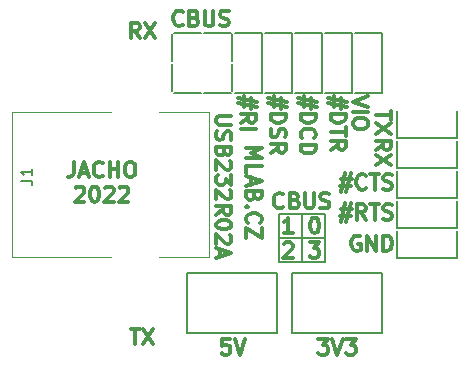
<source format=gbr>
%TF.GenerationSoftware,KiCad,Pcbnew,7.0.5.1-1-g8f565ef7f0-dirty-deb11*%
%TF.CreationDate,2023-07-05T01:50:14+00:00*%
%TF.ProjectId,USB232R02,55534232-3332-4523-9032-2e6b69636164,rev?*%
%TF.SameCoordinates,PX7f790e8PY698c050*%
%TF.FileFunction,Legend,Top*%
%TF.FilePolarity,Positive*%
%FSLAX46Y46*%
G04 Gerber Fmt 4.6, Leading zero omitted, Abs format (unit mm)*
G04 Created by KiCad (PCBNEW 7.0.5.1-1-g8f565ef7f0-dirty-deb11) date 2023-07-05 01:50:14*
%MOMM*%
%LPD*%
G01*
G04 APERTURE LIST*
%ADD10C,0.150000*%
%ADD11C,0.300000*%
%ADD12C,0.120000*%
G04 APERTURE END LIST*
D10*
X17907000Y3429000D02*
X21844000Y3429000D01*
X17907000Y7493000D02*
X17907000Y3429000D01*
X21844000Y5461000D02*
X17907000Y5461000D01*
X21844000Y3429000D02*
X21844000Y7493000D01*
X21844000Y7493000D02*
X17907000Y7493000D01*
X19875500Y7493000D02*
X19875500Y3429000D01*
D11*
X23140861Y17335013D02*
X23140861Y16406442D01*
X23698004Y16963585D02*
X22026576Y17335013D01*
X22583719Y16530252D02*
X22583719Y17458823D01*
X22026576Y16901680D02*
X23698004Y16530252D01*
X22274195Y15973109D02*
X23574195Y15973109D01*
X23574195Y15973109D02*
X23574195Y15663585D01*
X23574195Y15663585D02*
X23512290Y15477871D01*
X23512290Y15477871D02*
X23388480Y15354061D01*
X23388480Y15354061D02*
X23264671Y15292156D01*
X23264671Y15292156D02*
X23017052Y15230252D01*
X23017052Y15230252D02*
X22831338Y15230252D01*
X22831338Y15230252D02*
X22583719Y15292156D01*
X22583719Y15292156D02*
X22459909Y15354061D01*
X22459909Y15354061D02*
X22336100Y15477871D01*
X22336100Y15477871D02*
X22274195Y15663585D01*
X22274195Y15663585D02*
X22274195Y15973109D01*
X23574195Y14858823D02*
X23574195Y14115966D01*
X22274195Y14487394D02*
X23574195Y14487394D01*
X22274195Y12939776D02*
X22893242Y13373109D01*
X22274195Y13682633D02*
X23574195Y13682633D01*
X23574195Y13682633D02*
X23574195Y13187395D01*
X23574195Y13187395D02*
X23512290Y13063585D01*
X23512290Y13063585D02*
X23450385Y13001680D01*
X23450385Y13001680D02*
X23326576Y12939776D01*
X23326576Y12939776D02*
X23140861Y12939776D01*
X23140861Y12939776D02*
X23017052Y13001680D01*
X23017052Y13001680D02*
X22955147Y13063585D01*
X22955147Y13063585D02*
X22893242Y13187395D01*
X22893242Y13187395D02*
X22893242Y13682633D01*
X23161680Y7900862D02*
X24090251Y7900862D01*
X23533108Y8458005D02*
X23161680Y6786577D01*
X23966441Y7343720D02*
X23037870Y7343720D01*
X23595013Y6786577D02*
X23966441Y8458005D01*
X25266441Y7034196D02*
X24833108Y7653243D01*
X24523584Y7034196D02*
X24523584Y8334196D01*
X24523584Y8334196D02*
X25018822Y8334196D01*
X25018822Y8334196D02*
X25142632Y8272291D01*
X25142632Y8272291D02*
X25204537Y8210386D01*
X25204537Y8210386D02*
X25266441Y8086577D01*
X25266441Y8086577D02*
X25266441Y7900862D01*
X25266441Y7900862D02*
X25204537Y7777053D01*
X25204537Y7777053D02*
X25142632Y7715148D01*
X25142632Y7715148D02*
X25018822Y7653243D01*
X25018822Y7653243D02*
X24523584Y7653243D01*
X25637870Y8334196D02*
X26380727Y8334196D01*
X26009299Y7034196D02*
X26009299Y8334196D01*
X26752156Y7096100D02*
X26937870Y7034196D01*
X26937870Y7034196D02*
X27247394Y7034196D01*
X27247394Y7034196D02*
X27371203Y7096100D01*
X27371203Y7096100D02*
X27433108Y7158005D01*
X27433108Y7158005D02*
X27495013Y7281815D01*
X27495013Y7281815D02*
X27495013Y7405624D01*
X27495013Y7405624D02*
X27433108Y7529434D01*
X27433108Y7529434D02*
X27371203Y7591339D01*
X27371203Y7591339D02*
X27247394Y7653243D01*
X27247394Y7653243D02*
X26999775Y7715148D01*
X26999775Y7715148D02*
X26875965Y7777053D01*
X26875965Y7777053D02*
X26814060Y7838958D01*
X26814060Y7838958D02*
X26752156Y7962767D01*
X26752156Y7962767D02*
X26752156Y8086577D01*
X26752156Y8086577D02*
X26814060Y8210386D01*
X26814060Y8210386D02*
X26875965Y8272291D01*
X26875965Y8272291D02*
X26999775Y8334196D01*
X26999775Y8334196D02*
X27309298Y8334196D01*
X27309298Y8334196D02*
X27495013Y8272291D01*
X27384195Y16230476D02*
X27384195Y15487619D01*
X26084195Y15859047D02*
X27384195Y15859047D01*
X27384195Y15178095D02*
X26084195Y14311429D01*
X27384195Y14311429D02*
X26084195Y15178095D01*
X18264380Y8108005D02*
X18202476Y8046100D01*
X18202476Y8046100D02*
X18016761Y7984196D01*
X18016761Y7984196D02*
X17892952Y7984196D01*
X17892952Y7984196D02*
X17707238Y8046100D01*
X17707238Y8046100D02*
X17583428Y8169910D01*
X17583428Y8169910D02*
X17521523Y8293720D01*
X17521523Y8293720D02*
X17459619Y8541339D01*
X17459619Y8541339D02*
X17459619Y8727053D01*
X17459619Y8727053D02*
X17521523Y8974672D01*
X17521523Y8974672D02*
X17583428Y9098481D01*
X17583428Y9098481D02*
X17707238Y9222291D01*
X17707238Y9222291D02*
X17892952Y9284196D01*
X17892952Y9284196D02*
X18016761Y9284196D01*
X18016761Y9284196D02*
X18202476Y9222291D01*
X18202476Y9222291D02*
X18264380Y9160386D01*
X19254857Y8665148D02*
X19440571Y8603243D01*
X19440571Y8603243D02*
X19502476Y8541339D01*
X19502476Y8541339D02*
X19564380Y8417529D01*
X19564380Y8417529D02*
X19564380Y8231815D01*
X19564380Y8231815D02*
X19502476Y8108005D01*
X19502476Y8108005D02*
X19440571Y8046100D01*
X19440571Y8046100D02*
X19316761Y7984196D01*
X19316761Y7984196D02*
X18821523Y7984196D01*
X18821523Y7984196D02*
X18821523Y9284196D01*
X18821523Y9284196D02*
X19254857Y9284196D01*
X19254857Y9284196D02*
X19378666Y9222291D01*
X19378666Y9222291D02*
X19440571Y9160386D01*
X19440571Y9160386D02*
X19502476Y9036577D01*
X19502476Y9036577D02*
X19502476Y8912767D01*
X19502476Y8912767D02*
X19440571Y8788958D01*
X19440571Y8788958D02*
X19378666Y8727053D01*
X19378666Y8727053D02*
X19254857Y8665148D01*
X19254857Y8665148D02*
X18821523Y8665148D01*
X20121523Y9284196D02*
X20121523Y8231815D01*
X20121523Y8231815D02*
X20183428Y8108005D01*
X20183428Y8108005D02*
X20245333Y8046100D01*
X20245333Y8046100D02*
X20369142Y7984196D01*
X20369142Y7984196D02*
X20616761Y7984196D01*
X20616761Y7984196D02*
X20740571Y8046100D01*
X20740571Y8046100D02*
X20802476Y8108005D01*
X20802476Y8108005D02*
X20864380Y8231815D01*
X20864380Y8231815D02*
X20864380Y9284196D01*
X21421524Y8046100D02*
X21607238Y7984196D01*
X21607238Y7984196D02*
X21916762Y7984196D01*
X21916762Y7984196D02*
X22040571Y8046100D01*
X22040571Y8046100D02*
X22102476Y8108005D01*
X22102476Y8108005D02*
X22164381Y8231815D01*
X22164381Y8231815D02*
X22164381Y8355624D01*
X22164381Y8355624D02*
X22102476Y8479434D01*
X22102476Y8479434D02*
X22040571Y8541339D01*
X22040571Y8541339D02*
X21916762Y8603243D01*
X21916762Y8603243D02*
X21669143Y8665148D01*
X21669143Y8665148D02*
X21545333Y8727053D01*
X21545333Y8727053D02*
X21483428Y8788958D01*
X21483428Y8788958D02*
X21421524Y8912767D01*
X21421524Y8912767D02*
X21421524Y9036577D01*
X21421524Y9036577D02*
X21483428Y9160386D01*
X21483428Y9160386D02*
X21545333Y9222291D01*
X21545333Y9222291D02*
X21669143Y9284196D01*
X21669143Y9284196D02*
X21978666Y9284196D01*
X21978666Y9284196D02*
X22164381Y9222291D01*
X19069143Y5891196D02*
X18326286Y5891196D01*
X18697714Y5891196D02*
X18697714Y7191196D01*
X18697714Y7191196D02*
X18573905Y7005481D01*
X18573905Y7005481D02*
X18450095Y6881672D01*
X18450095Y6881672D02*
X18326286Y6819767D01*
X20864380Y7191196D02*
X20988190Y7191196D01*
X20988190Y7191196D02*
X21111999Y7129291D01*
X21111999Y7129291D02*
X21173904Y7067386D01*
X21173904Y7067386D02*
X21235809Y6943577D01*
X21235809Y6943577D02*
X21297714Y6695958D01*
X21297714Y6695958D02*
X21297714Y6386434D01*
X21297714Y6386434D02*
X21235809Y6138815D01*
X21235809Y6138815D02*
X21173904Y6015005D01*
X21173904Y6015005D02*
X21111999Y5953100D01*
X21111999Y5953100D02*
X20988190Y5891196D01*
X20988190Y5891196D02*
X20864380Y5891196D01*
X20864380Y5891196D02*
X20740571Y5953100D01*
X20740571Y5953100D02*
X20678666Y6015005D01*
X20678666Y6015005D02*
X20616761Y6138815D01*
X20616761Y6138815D02*
X20554857Y6386434D01*
X20554857Y6386434D02*
X20554857Y6695958D01*
X20554857Y6695958D02*
X20616761Y6943577D01*
X20616761Y6943577D02*
X20678666Y7067386D01*
X20678666Y7067386D02*
X20740571Y7129291D01*
X20740571Y7129291D02*
X20864380Y7191196D01*
X18326286Y4974386D02*
X18388190Y5036291D01*
X18388190Y5036291D02*
X18512000Y5098196D01*
X18512000Y5098196D02*
X18821524Y5098196D01*
X18821524Y5098196D02*
X18945333Y5036291D01*
X18945333Y5036291D02*
X19007238Y4974386D01*
X19007238Y4974386D02*
X19069143Y4850577D01*
X19069143Y4850577D02*
X19069143Y4726767D01*
X19069143Y4726767D02*
X19007238Y4541053D01*
X19007238Y4541053D02*
X18264381Y3798196D01*
X18264381Y3798196D02*
X19069143Y3798196D01*
X20492952Y5098196D02*
X21297714Y5098196D01*
X21297714Y5098196D02*
X20864380Y4602958D01*
X20864380Y4602958D02*
X21050095Y4602958D01*
X21050095Y4602958D02*
X21173904Y4541053D01*
X21173904Y4541053D02*
X21235809Y4479148D01*
X21235809Y4479148D02*
X21297714Y4355339D01*
X21297714Y4355339D02*
X21297714Y4045815D01*
X21297714Y4045815D02*
X21235809Y3922005D01*
X21235809Y3922005D02*
X21173904Y3860100D01*
X21173904Y3860100D02*
X21050095Y3798196D01*
X21050095Y3798196D02*
X20678666Y3798196D01*
X20678666Y3798196D02*
X20554857Y3860100D01*
X20554857Y3860100D02*
X20492952Y3922005D01*
X25479195Y17458823D02*
X24179195Y17025490D01*
X24179195Y17025490D02*
X25479195Y16592156D01*
X24179195Y16158823D02*
X25479195Y16158823D01*
X25479195Y15292156D02*
X25479195Y15044537D01*
X25479195Y15044537D02*
X25417290Y14920727D01*
X25417290Y14920727D02*
X25293480Y14796918D01*
X25293480Y14796918D02*
X25045861Y14735013D01*
X25045861Y14735013D02*
X24612528Y14735013D01*
X24612528Y14735013D02*
X24364909Y14796918D01*
X24364909Y14796918D02*
X24241100Y14920727D01*
X24241100Y14920727D02*
X24179195Y15044537D01*
X24179195Y15044537D02*
X24179195Y15292156D01*
X24179195Y15292156D02*
X24241100Y15415965D01*
X24241100Y15415965D02*
X24364909Y15539775D01*
X24364909Y15539775D02*
X24612528Y15601679D01*
X24612528Y15601679D02*
X25045861Y15601679D01*
X25045861Y15601679D02*
X25293480Y15539775D01*
X25293480Y15539775D02*
X25417290Y15415965D01*
X25417290Y15415965D02*
X25479195Y15292156D01*
X13722381Y-3095804D02*
X13103333Y-3095804D01*
X13103333Y-3095804D02*
X13041429Y-3714852D01*
X13041429Y-3714852D02*
X13103333Y-3652947D01*
X13103333Y-3652947D02*
X13227143Y-3591042D01*
X13227143Y-3591042D02*
X13536667Y-3591042D01*
X13536667Y-3591042D02*
X13660476Y-3652947D01*
X13660476Y-3652947D02*
X13722381Y-3714852D01*
X13722381Y-3714852D02*
X13784286Y-3838661D01*
X13784286Y-3838661D02*
X13784286Y-4148185D01*
X13784286Y-4148185D02*
X13722381Y-4271995D01*
X13722381Y-4271995D02*
X13660476Y-4333900D01*
X13660476Y-4333900D02*
X13536667Y-4395804D01*
X13536667Y-4395804D02*
X13227143Y-4395804D01*
X13227143Y-4395804D02*
X13103333Y-4333900D01*
X13103333Y-4333900D02*
X13041429Y-4271995D01*
X14155714Y-3095804D02*
X14589047Y-4395804D01*
X14589047Y-4395804D02*
X15022381Y-3095804D01*
X26084195Y12916667D02*
X26703242Y13350000D01*
X26084195Y13659524D02*
X27384195Y13659524D01*
X27384195Y13659524D02*
X27384195Y13164286D01*
X27384195Y13164286D02*
X27322290Y13040476D01*
X27322290Y13040476D02*
X27260385Y12978571D01*
X27260385Y12978571D02*
X27136576Y12916667D01*
X27136576Y12916667D02*
X26950861Y12916667D01*
X26950861Y12916667D02*
X26827052Y12978571D01*
X26827052Y12978571D02*
X26765147Y13040476D01*
X26765147Y13040476D02*
X26703242Y13164286D01*
X26703242Y13164286D02*
X26703242Y13659524D01*
X27384195Y12483333D02*
X26084195Y11616667D01*
X27384195Y11616667D02*
X26084195Y12483333D01*
X18060861Y17335013D02*
X18060861Y16406442D01*
X18618004Y16963585D02*
X16946576Y17335013D01*
X17503719Y16530252D02*
X17503719Y17458823D01*
X16946576Y16901680D02*
X18618004Y16530252D01*
X17194195Y15973109D02*
X18494195Y15973109D01*
X18494195Y15973109D02*
X18494195Y15663585D01*
X18494195Y15663585D02*
X18432290Y15477871D01*
X18432290Y15477871D02*
X18308480Y15354061D01*
X18308480Y15354061D02*
X18184671Y15292156D01*
X18184671Y15292156D02*
X17937052Y15230252D01*
X17937052Y15230252D02*
X17751338Y15230252D01*
X17751338Y15230252D02*
X17503719Y15292156D01*
X17503719Y15292156D02*
X17379909Y15354061D01*
X17379909Y15354061D02*
X17256100Y15477871D01*
X17256100Y15477871D02*
X17194195Y15663585D01*
X17194195Y15663585D02*
X17194195Y15973109D01*
X17256100Y14735013D02*
X17194195Y14549299D01*
X17194195Y14549299D02*
X17194195Y14239775D01*
X17194195Y14239775D02*
X17256100Y14115966D01*
X17256100Y14115966D02*
X17318004Y14054061D01*
X17318004Y14054061D02*
X17441814Y13992156D01*
X17441814Y13992156D02*
X17565623Y13992156D01*
X17565623Y13992156D02*
X17689433Y14054061D01*
X17689433Y14054061D02*
X17751338Y14115966D01*
X17751338Y14115966D02*
X17813242Y14239775D01*
X17813242Y14239775D02*
X17875147Y14487394D01*
X17875147Y14487394D02*
X17937052Y14611204D01*
X17937052Y14611204D02*
X17998957Y14673109D01*
X17998957Y14673109D02*
X18122766Y14735013D01*
X18122766Y14735013D02*
X18246576Y14735013D01*
X18246576Y14735013D02*
X18370385Y14673109D01*
X18370385Y14673109D02*
X18432290Y14611204D01*
X18432290Y14611204D02*
X18494195Y14487394D01*
X18494195Y14487394D02*
X18494195Y14177871D01*
X18494195Y14177871D02*
X18432290Y13992156D01*
X17194195Y12692157D02*
X17813242Y13125490D01*
X17194195Y13435014D02*
X18494195Y13435014D01*
X18494195Y13435014D02*
X18494195Y12939776D01*
X18494195Y12939776D02*
X18432290Y12815966D01*
X18432290Y12815966D02*
X18370385Y12754061D01*
X18370385Y12754061D02*
X18246576Y12692157D01*
X18246576Y12692157D02*
X18060861Y12692157D01*
X18060861Y12692157D02*
X17937052Y12754061D01*
X17937052Y12754061D02*
X17875147Y12815966D01*
X17875147Y12815966D02*
X17813242Y12939776D01*
X17813242Y12939776D02*
X17813242Y13435014D01*
X24771203Y5605291D02*
X24647393Y5667196D01*
X24647393Y5667196D02*
X24461679Y5667196D01*
X24461679Y5667196D02*
X24275965Y5605291D01*
X24275965Y5605291D02*
X24152155Y5481481D01*
X24152155Y5481481D02*
X24090250Y5357672D01*
X24090250Y5357672D02*
X24028346Y5110053D01*
X24028346Y5110053D02*
X24028346Y4924339D01*
X24028346Y4924339D02*
X24090250Y4676720D01*
X24090250Y4676720D02*
X24152155Y4552910D01*
X24152155Y4552910D02*
X24275965Y4429100D01*
X24275965Y4429100D02*
X24461679Y4367196D01*
X24461679Y4367196D02*
X24585488Y4367196D01*
X24585488Y4367196D02*
X24771203Y4429100D01*
X24771203Y4429100D02*
X24833107Y4491005D01*
X24833107Y4491005D02*
X24833107Y4924339D01*
X24833107Y4924339D02*
X24585488Y4924339D01*
X25390250Y4367196D02*
X25390250Y5667196D01*
X25390250Y5667196D02*
X26133107Y4367196D01*
X26133107Y4367196D02*
X26133107Y5667196D01*
X26752155Y4367196D02*
X26752155Y5667196D01*
X26752155Y5667196D02*
X27061679Y5667196D01*
X27061679Y5667196D02*
X27247393Y5605291D01*
X27247393Y5605291D02*
X27371203Y5481481D01*
X27371203Y5481481D02*
X27433108Y5357672D01*
X27433108Y5357672D02*
X27495012Y5110053D01*
X27495012Y5110053D02*
X27495012Y4924339D01*
X27495012Y4924339D02*
X27433108Y4676720D01*
X27433108Y4676720D02*
X27371203Y4552910D01*
X27371203Y4552910D02*
X27247393Y4429100D01*
X27247393Y4429100D02*
X27061679Y4367196D01*
X27061679Y4367196D02*
X26752155Y4367196D01*
X9758748Y23541005D02*
X9696844Y23479100D01*
X9696844Y23479100D02*
X9511129Y23417196D01*
X9511129Y23417196D02*
X9387320Y23417196D01*
X9387320Y23417196D02*
X9201606Y23479100D01*
X9201606Y23479100D02*
X9077796Y23602910D01*
X9077796Y23602910D02*
X9015891Y23726720D01*
X9015891Y23726720D02*
X8953987Y23974339D01*
X8953987Y23974339D02*
X8953987Y24160053D01*
X8953987Y24160053D02*
X9015891Y24407672D01*
X9015891Y24407672D02*
X9077796Y24531481D01*
X9077796Y24531481D02*
X9201606Y24655291D01*
X9201606Y24655291D02*
X9387320Y24717196D01*
X9387320Y24717196D02*
X9511129Y24717196D01*
X9511129Y24717196D02*
X9696844Y24655291D01*
X9696844Y24655291D02*
X9758748Y24593386D01*
X10749225Y24098148D02*
X10934939Y24036243D01*
X10934939Y24036243D02*
X10996844Y23974339D01*
X10996844Y23974339D02*
X11058748Y23850529D01*
X11058748Y23850529D02*
X11058748Y23664815D01*
X11058748Y23664815D02*
X10996844Y23541005D01*
X10996844Y23541005D02*
X10934939Y23479100D01*
X10934939Y23479100D02*
X10811129Y23417196D01*
X10811129Y23417196D02*
X10315891Y23417196D01*
X10315891Y23417196D02*
X10315891Y24717196D01*
X10315891Y24717196D02*
X10749225Y24717196D01*
X10749225Y24717196D02*
X10873034Y24655291D01*
X10873034Y24655291D02*
X10934939Y24593386D01*
X10934939Y24593386D02*
X10996844Y24469577D01*
X10996844Y24469577D02*
X10996844Y24345767D01*
X10996844Y24345767D02*
X10934939Y24221958D01*
X10934939Y24221958D02*
X10873034Y24160053D01*
X10873034Y24160053D02*
X10749225Y24098148D01*
X10749225Y24098148D02*
X10315891Y24098148D01*
X11615891Y24717196D02*
X11615891Y23664815D01*
X11615891Y23664815D02*
X11677796Y23541005D01*
X11677796Y23541005D02*
X11739701Y23479100D01*
X11739701Y23479100D02*
X11863510Y23417196D01*
X11863510Y23417196D02*
X12111129Y23417196D01*
X12111129Y23417196D02*
X12234939Y23479100D01*
X12234939Y23479100D02*
X12296844Y23541005D01*
X12296844Y23541005D02*
X12358748Y23664815D01*
X12358748Y23664815D02*
X12358748Y24717196D01*
X12915892Y23479100D02*
X13101606Y23417196D01*
X13101606Y23417196D02*
X13411130Y23417196D01*
X13411130Y23417196D02*
X13534939Y23479100D01*
X13534939Y23479100D02*
X13596844Y23541005D01*
X13596844Y23541005D02*
X13658749Y23664815D01*
X13658749Y23664815D02*
X13658749Y23788624D01*
X13658749Y23788624D02*
X13596844Y23912434D01*
X13596844Y23912434D02*
X13534939Y23974339D01*
X13534939Y23974339D02*
X13411130Y24036243D01*
X13411130Y24036243D02*
X13163511Y24098148D01*
X13163511Y24098148D02*
X13039701Y24160053D01*
X13039701Y24160053D02*
X12977796Y24221958D01*
X12977796Y24221958D02*
X12915892Y24345767D01*
X12915892Y24345767D02*
X12915892Y24469577D01*
X12915892Y24469577D02*
X12977796Y24593386D01*
X12977796Y24593386D02*
X13039701Y24655291D01*
X13039701Y24655291D02*
X13163511Y24717196D01*
X13163511Y24717196D02*
X13473034Y24717196D01*
X13473034Y24717196D02*
X13658749Y24655291D01*
X15520861Y17335013D02*
X15520861Y16406442D01*
X16078004Y16963585D02*
X14406576Y17335013D01*
X14963719Y16530252D02*
X14963719Y17458823D01*
X14406576Y16901680D02*
X16078004Y16530252D01*
X14654195Y15230252D02*
X15273242Y15663585D01*
X14654195Y15973109D02*
X15954195Y15973109D01*
X15954195Y15973109D02*
X15954195Y15477871D01*
X15954195Y15477871D02*
X15892290Y15354061D01*
X15892290Y15354061D02*
X15830385Y15292156D01*
X15830385Y15292156D02*
X15706576Y15230252D01*
X15706576Y15230252D02*
X15520861Y15230252D01*
X15520861Y15230252D02*
X15397052Y15292156D01*
X15397052Y15292156D02*
X15335147Y15354061D01*
X15335147Y15354061D02*
X15273242Y15477871D01*
X15273242Y15477871D02*
X15273242Y15973109D01*
X14654195Y14673109D02*
X15954195Y14673109D01*
X15134195Y13090239D02*
X16434195Y13090239D01*
X16434195Y13090239D02*
X15505623Y12656905D01*
X15505623Y12656905D02*
X16434195Y12223572D01*
X16434195Y12223572D02*
X15134195Y12223572D01*
X15134195Y10985477D02*
X15134195Y11604525D01*
X15134195Y11604525D02*
X16434195Y11604525D01*
X15505623Y10614048D02*
X15505623Y9995001D01*
X15134195Y10737858D02*
X16434195Y10304525D01*
X16434195Y10304525D02*
X15134195Y9871191D01*
X15815147Y9004524D02*
X15753242Y8818810D01*
X15753242Y8818810D02*
X15691338Y8756905D01*
X15691338Y8756905D02*
X15567528Y8695001D01*
X15567528Y8695001D02*
X15381814Y8695001D01*
X15381814Y8695001D02*
X15258004Y8756905D01*
X15258004Y8756905D02*
X15196100Y8818810D01*
X15196100Y8818810D02*
X15134195Y8942620D01*
X15134195Y8942620D02*
X15134195Y9437858D01*
X15134195Y9437858D02*
X16434195Y9437858D01*
X16434195Y9437858D02*
X16434195Y9004524D01*
X16434195Y9004524D02*
X16372290Y8880715D01*
X16372290Y8880715D02*
X16310385Y8818810D01*
X16310385Y8818810D02*
X16186576Y8756905D01*
X16186576Y8756905D02*
X16062766Y8756905D01*
X16062766Y8756905D02*
X15938957Y8818810D01*
X15938957Y8818810D02*
X15877052Y8880715D01*
X15877052Y8880715D02*
X15815147Y9004524D01*
X15815147Y9004524D02*
X15815147Y9437858D01*
X15258004Y8137858D02*
X15196100Y8075953D01*
X15196100Y8075953D02*
X15134195Y8137858D01*
X15134195Y8137858D02*
X15196100Y8199762D01*
X15196100Y8199762D02*
X15258004Y8137858D01*
X15258004Y8137858D02*
X15134195Y8137858D01*
X15258004Y6775953D02*
X15196100Y6837857D01*
X15196100Y6837857D02*
X15134195Y7023572D01*
X15134195Y7023572D02*
X15134195Y7147381D01*
X15134195Y7147381D02*
X15196100Y7333095D01*
X15196100Y7333095D02*
X15319909Y7456905D01*
X15319909Y7456905D02*
X15443719Y7518810D01*
X15443719Y7518810D02*
X15691338Y7580714D01*
X15691338Y7580714D02*
X15877052Y7580714D01*
X15877052Y7580714D02*
X16124671Y7518810D01*
X16124671Y7518810D02*
X16248480Y7456905D01*
X16248480Y7456905D02*
X16372290Y7333095D01*
X16372290Y7333095D02*
X16434195Y7147381D01*
X16434195Y7147381D02*
X16434195Y7023572D01*
X16434195Y7023572D02*
X16372290Y6837857D01*
X16372290Y6837857D02*
X16310385Y6775953D01*
X16434195Y6342619D02*
X16434195Y5475953D01*
X16434195Y5475953D02*
X15134195Y6342619D01*
X15134195Y6342619D02*
X15134195Y5475953D01*
X21250476Y-3095804D02*
X22055238Y-3095804D01*
X22055238Y-3095804D02*
X21621904Y-3591042D01*
X21621904Y-3591042D02*
X21807619Y-3591042D01*
X21807619Y-3591042D02*
X21931428Y-3652947D01*
X21931428Y-3652947D02*
X21993333Y-3714852D01*
X21993333Y-3714852D02*
X22055238Y-3838661D01*
X22055238Y-3838661D02*
X22055238Y-4148185D01*
X22055238Y-4148185D02*
X21993333Y-4271995D01*
X21993333Y-4271995D02*
X21931428Y-4333900D01*
X21931428Y-4333900D02*
X21807619Y-4395804D01*
X21807619Y-4395804D02*
X21436190Y-4395804D01*
X21436190Y-4395804D02*
X21312381Y-4333900D01*
X21312381Y-4333900D02*
X21250476Y-4271995D01*
X22426666Y-3095804D02*
X22859999Y-4395804D01*
X22859999Y-4395804D02*
X23293333Y-3095804D01*
X23602857Y-3095804D02*
X24407619Y-3095804D01*
X24407619Y-3095804D02*
X23974285Y-3591042D01*
X23974285Y-3591042D02*
X24160000Y-3591042D01*
X24160000Y-3591042D02*
X24283809Y-3652947D01*
X24283809Y-3652947D02*
X24345714Y-3714852D01*
X24345714Y-3714852D02*
X24407619Y-3838661D01*
X24407619Y-3838661D02*
X24407619Y-4148185D01*
X24407619Y-4148185D02*
X24345714Y-4271995D01*
X24345714Y-4271995D02*
X24283809Y-4333900D01*
X24283809Y-4333900D02*
X24160000Y-4395804D01*
X24160000Y-4395804D02*
X23788571Y-4395804D01*
X23788571Y-4395804D02*
X23664762Y-4333900D01*
X23664762Y-4333900D02*
X23602857Y-4271995D01*
X6133333Y22401196D02*
X5700000Y23020243D01*
X5390476Y22401196D02*
X5390476Y23701196D01*
X5390476Y23701196D02*
X5885714Y23701196D01*
X5885714Y23701196D02*
X6009524Y23639291D01*
X6009524Y23639291D02*
X6071429Y23577386D01*
X6071429Y23577386D02*
X6133333Y23453577D01*
X6133333Y23453577D02*
X6133333Y23267862D01*
X6133333Y23267862D02*
X6071429Y23144053D01*
X6071429Y23144053D02*
X6009524Y23082148D01*
X6009524Y23082148D02*
X5885714Y23020243D01*
X5885714Y23020243D02*
X5390476Y23020243D01*
X6566667Y23701196D02*
X7433333Y22401196D01*
X7433333Y23701196D02*
X6566667Y22401196D01*
X5359524Y-2206804D02*
X6102381Y-2206804D01*
X5730953Y-3506804D02*
X5730953Y-2206804D01*
X6411905Y-2206804D02*
X7278571Y-3506804D01*
X7278571Y-2206804D02*
X6411905Y-3506804D01*
X20600861Y17335013D02*
X20600861Y16406442D01*
X21158004Y16963585D02*
X19486576Y17335013D01*
X20043719Y16530252D02*
X20043719Y17458823D01*
X19486576Y16901680D02*
X21158004Y16530252D01*
X19734195Y15973109D02*
X21034195Y15973109D01*
X21034195Y15973109D02*
X21034195Y15663585D01*
X21034195Y15663585D02*
X20972290Y15477871D01*
X20972290Y15477871D02*
X20848480Y15354061D01*
X20848480Y15354061D02*
X20724671Y15292156D01*
X20724671Y15292156D02*
X20477052Y15230252D01*
X20477052Y15230252D02*
X20291338Y15230252D01*
X20291338Y15230252D02*
X20043719Y15292156D01*
X20043719Y15292156D02*
X19919909Y15354061D01*
X19919909Y15354061D02*
X19796100Y15477871D01*
X19796100Y15477871D02*
X19734195Y15663585D01*
X19734195Y15663585D02*
X19734195Y15973109D01*
X19858004Y13930252D02*
X19796100Y13992156D01*
X19796100Y13992156D02*
X19734195Y14177871D01*
X19734195Y14177871D02*
X19734195Y14301680D01*
X19734195Y14301680D02*
X19796100Y14487394D01*
X19796100Y14487394D02*
X19919909Y14611204D01*
X19919909Y14611204D02*
X20043719Y14673109D01*
X20043719Y14673109D02*
X20291338Y14735013D01*
X20291338Y14735013D02*
X20477052Y14735013D01*
X20477052Y14735013D02*
X20724671Y14673109D01*
X20724671Y14673109D02*
X20848480Y14611204D01*
X20848480Y14611204D02*
X20972290Y14487394D01*
X20972290Y14487394D02*
X21034195Y14301680D01*
X21034195Y14301680D02*
X21034195Y14177871D01*
X21034195Y14177871D02*
X20972290Y13992156D01*
X20972290Y13992156D02*
X20910385Y13930252D01*
X19734195Y13373109D02*
X21034195Y13373109D01*
X21034195Y13373109D02*
X21034195Y13063585D01*
X21034195Y13063585D02*
X20972290Y12877871D01*
X20972290Y12877871D02*
X20848480Y12754061D01*
X20848480Y12754061D02*
X20724671Y12692156D01*
X20724671Y12692156D02*
X20477052Y12630252D01*
X20477052Y12630252D02*
X20291338Y12630252D01*
X20291338Y12630252D02*
X20043719Y12692156D01*
X20043719Y12692156D02*
X19919909Y12754061D01*
X19919909Y12754061D02*
X19796100Y12877871D01*
X19796100Y12877871D02*
X19734195Y13063585D01*
X19734195Y13063585D02*
X19734195Y13373109D01*
X537666Y11920696D02*
X537666Y10992124D01*
X537666Y10992124D02*
X475761Y10806410D01*
X475761Y10806410D02*
X351952Y10682600D01*
X351952Y10682600D02*
X166237Y10620696D01*
X166237Y10620696D02*
X42428Y10620696D01*
X1094809Y10992124D02*
X1713856Y10992124D01*
X970999Y10620696D02*
X1404332Y11920696D01*
X1404332Y11920696D02*
X1837666Y10620696D01*
X3013856Y10744505D02*
X2951952Y10682600D01*
X2951952Y10682600D02*
X2766237Y10620696D01*
X2766237Y10620696D02*
X2642428Y10620696D01*
X2642428Y10620696D02*
X2456714Y10682600D01*
X2456714Y10682600D02*
X2332904Y10806410D01*
X2332904Y10806410D02*
X2270999Y10930220D01*
X2270999Y10930220D02*
X2209095Y11177839D01*
X2209095Y11177839D02*
X2209095Y11363553D01*
X2209095Y11363553D02*
X2270999Y11611172D01*
X2270999Y11611172D02*
X2332904Y11734981D01*
X2332904Y11734981D02*
X2456714Y11858791D01*
X2456714Y11858791D02*
X2642428Y11920696D01*
X2642428Y11920696D02*
X2766237Y11920696D01*
X2766237Y11920696D02*
X2951952Y11858791D01*
X2951952Y11858791D02*
X3013856Y11796886D01*
X3570999Y10620696D02*
X3570999Y11920696D01*
X3570999Y11301648D02*
X4313856Y11301648D01*
X4313856Y10620696D02*
X4313856Y11920696D01*
X5180523Y11920696D02*
X5428142Y11920696D01*
X5428142Y11920696D02*
X5551952Y11858791D01*
X5551952Y11858791D02*
X5675761Y11734981D01*
X5675761Y11734981D02*
X5737666Y11487362D01*
X5737666Y11487362D02*
X5737666Y11054029D01*
X5737666Y11054029D02*
X5675761Y10806410D01*
X5675761Y10806410D02*
X5551952Y10682600D01*
X5551952Y10682600D02*
X5428142Y10620696D01*
X5428142Y10620696D02*
X5180523Y10620696D01*
X5180523Y10620696D02*
X5056714Y10682600D01*
X5056714Y10682600D02*
X4932904Y10806410D01*
X4932904Y10806410D02*
X4871000Y11054029D01*
X4871000Y11054029D02*
X4871000Y11487362D01*
X4871000Y11487362D02*
X4932904Y11734981D01*
X4932904Y11734981D02*
X5056714Y11858791D01*
X5056714Y11858791D02*
X5180523Y11920696D01*
X692429Y9703886D02*
X754333Y9765791D01*
X754333Y9765791D02*
X878143Y9827696D01*
X878143Y9827696D02*
X1187667Y9827696D01*
X1187667Y9827696D02*
X1311476Y9765791D01*
X1311476Y9765791D02*
X1373381Y9703886D01*
X1373381Y9703886D02*
X1435286Y9580077D01*
X1435286Y9580077D02*
X1435286Y9456267D01*
X1435286Y9456267D02*
X1373381Y9270553D01*
X1373381Y9270553D02*
X630524Y8527696D01*
X630524Y8527696D02*
X1435286Y8527696D01*
X2240047Y9827696D02*
X2363857Y9827696D01*
X2363857Y9827696D02*
X2487666Y9765791D01*
X2487666Y9765791D02*
X2549571Y9703886D01*
X2549571Y9703886D02*
X2611476Y9580077D01*
X2611476Y9580077D02*
X2673381Y9332458D01*
X2673381Y9332458D02*
X2673381Y9022934D01*
X2673381Y9022934D02*
X2611476Y8775315D01*
X2611476Y8775315D02*
X2549571Y8651505D01*
X2549571Y8651505D02*
X2487666Y8589600D01*
X2487666Y8589600D02*
X2363857Y8527696D01*
X2363857Y8527696D02*
X2240047Y8527696D01*
X2240047Y8527696D02*
X2116238Y8589600D01*
X2116238Y8589600D02*
X2054333Y8651505D01*
X2054333Y8651505D02*
X1992428Y8775315D01*
X1992428Y8775315D02*
X1930524Y9022934D01*
X1930524Y9022934D02*
X1930524Y9332458D01*
X1930524Y9332458D02*
X1992428Y9580077D01*
X1992428Y9580077D02*
X2054333Y9703886D01*
X2054333Y9703886D02*
X2116238Y9765791D01*
X2116238Y9765791D02*
X2240047Y9827696D01*
X3168619Y9703886D02*
X3230523Y9765791D01*
X3230523Y9765791D02*
X3354333Y9827696D01*
X3354333Y9827696D02*
X3663857Y9827696D01*
X3663857Y9827696D02*
X3787666Y9765791D01*
X3787666Y9765791D02*
X3849571Y9703886D01*
X3849571Y9703886D02*
X3911476Y9580077D01*
X3911476Y9580077D02*
X3911476Y9456267D01*
X3911476Y9456267D02*
X3849571Y9270553D01*
X3849571Y9270553D02*
X3106714Y8527696D01*
X3106714Y8527696D02*
X3911476Y8527696D01*
X4406714Y9703886D02*
X4468618Y9765791D01*
X4468618Y9765791D02*
X4592428Y9827696D01*
X4592428Y9827696D02*
X4901952Y9827696D01*
X4901952Y9827696D02*
X5025761Y9765791D01*
X5025761Y9765791D02*
X5087666Y9703886D01*
X5087666Y9703886D02*
X5149571Y9580077D01*
X5149571Y9580077D02*
X5149571Y9456267D01*
X5149571Y9456267D02*
X5087666Y9270553D01*
X5087666Y9270553D02*
X4344809Y8527696D01*
X4344809Y8527696D02*
X5149571Y8527696D01*
X13884195Y15812857D02*
X12831814Y15812857D01*
X12831814Y15812857D02*
X12708004Y15750952D01*
X12708004Y15750952D02*
X12646100Y15689047D01*
X12646100Y15689047D02*
X12584195Y15565238D01*
X12584195Y15565238D02*
X12584195Y15317619D01*
X12584195Y15317619D02*
X12646100Y15193809D01*
X12646100Y15193809D02*
X12708004Y15131904D01*
X12708004Y15131904D02*
X12831814Y15070000D01*
X12831814Y15070000D02*
X13884195Y15070000D01*
X12646100Y14512856D02*
X12584195Y14327142D01*
X12584195Y14327142D02*
X12584195Y14017618D01*
X12584195Y14017618D02*
X12646100Y13893809D01*
X12646100Y13893809D02*
X12708004Y13831904D01*
X12708004Y13831904D02*
X12831814Y13769999D01*
X12831814Y13769999D02*
X12955623Y13769999D01*
X12955623Y13769999D02*
X13079433Y13831904D01*
X13079433Y13831904D02*
X13141338Y13893809D01*
X13141338Y13893809D02*
X13203242Y14017618D01*
X13203242Y14017618D02*
X13265147Y14265237D01*
X13265147Y14265237D02*
X13327052Y14389047D01*
X13327052Y14389047D02*
X13388957Y14450952D01*
X13388957Y14450952D02*
X13512766Y14512856D01*
X13512766Y14512856D02*
X13636576Y14512856D01*
X13636576Y14512856D02*
X13760385Y14450952D01*
X13760385Y14450952D02*
X13822290Y14389047D01*
X13822290Y14389047D02*
X13884195Y14265237D01*
X13884195Y14265237D02*
X13884195Y13955714D01*
X13884195Y13955714D02*
X13822290Y13769999D01*
X13265147Y12779523D02*
X13203242Y12593809D01*
X13203242Y12593809D02*
X13141338Y12531904D01*
X13141338Y12531904D02*
X13017528Y12470000D01*
X13017528Y12470000D02*
X12831814Y12470000D01*
X12831814Y12470000D02*
X12708004Y12531904D01*
X12708004Y12531904D02*
X12646100Y12593809D01*
X12646100Y12593809D02*
X12584195Y12717619D01*
X12584195Y12717619D02*
X12584195Y13212857D01*
X12584195Y13212857D02*
X13884195Y13212857D01*
X13884195Y13212857D02*
X13884195Y12779523D01*
X13884195Y12779523D02*
X13822290Y12655714D01*
X13822290Y12655714D02*
X13760385Y12593809D01*
X13760385Y12593809D02*
X13636576Y12531904D01*
X13636576Y12531904D02*
X13512766Y12531904D01*
X13512766Y12531904D02*
X13388957Y12593809D01*
X13388957Y12593809D02*
X13327052Y12655714D01*
X13327052Y12655714D02*
X13265147Y12779523D01*
X13265147Y12779523D02*
X13265147Y13212857D01*
X13760385Y11974761D02*
X13822290Y11912857D01*
X13822290Y11912857D02*
X13884195Y11789047D01*
X13884195Y11789047D02*
X13884195Y11479523D01*
X13884195Y11479523D02*
X13822290Y11355714D01*
X13822290Y11355714D02*
X13760385Y11293809D01*
X13760385Y11293809D02*
X13636576Y11231904D01*
X13636576Y11231904D02*
X13512766Y11231904D01*
X13512766Y11231904D02*
X13327052Y11293809D01*
X13327052Y11293809D02*
X12584195Y12036666D01*
X12584195Y12036666D02*
X12584195Y11231904D01*
X13884195Y10798571D02*
X13884195Y9993809D01*
X13884195Y9993809D02*
X13388957Y10427143D01*
X13388957Y10427143D02*
X13388957Y10241428D01*
X13388957Y10241428D02*
X13327052Y10117619D01*
X13327052Y10117619D02*
X13265147Y10055714D01*
X13265147Y10055714D02*
X13141338Y9993809D01*
X13141338Y9993809D02*
X12831814Y9993809D01*
X12831814Y9993809D02*
X12708004Y10055714D01*
X12708004Y10055714D02*
X12646100Y10117619D01*
X12646100Y10117619D02*
X12584195Y10241428D01*
X12584195Y10241428D02*
X12584195Y10612857D01*
X12584195Y10612857D02*
X12646100Y10736666D01*
X12646100Y10736666D02*
X12708004Y10798571D01*
X13760385Y9498571D02*
X13822290Y9436667D01*
X13822290Y9436667D02*
X13884195Y9312857D01*
X13884195Y9312857D02*
X13884195Y9003333D01*
X13884195Y9003333D02*
X13822290Y8879524D01*
X13822290Y8879524D02*
X13760385Y8817619D01*
X13760385Y8817619D02*
X13636576Y8755714D01*
X13636576Y8755714D02*
X13512766Y8755714D01*
X13512766Y8755714D02*
X13327052Y8817619D01*
X13327052Y8817619D02*
X12584195Y9560476D01*
X12584195Y9560476D02*
X12584195Y8755714D01*
X12584195Y7455715D02*
X13203242Y7889048D01*
X12584195Y8198572D02*
X13884195Y8198572D01*
X13884195Y8198572D02*
X13884195Y7703334D01*
X13884195Y7703334D02*
X13822290Y7579524D01*
X13822290Y7579524D02*
X13760385Y7517619D01*
X13760385Y7517619D02*
X13636576Y7455715D01*
X13636576Y7455715D02*
X13450861Y7455715D01*
X13450861Y7455715D02*
X13327052Y7517619D01*
X13327052Y7517619D02*
X13265147Y7579524D01*
X13265147Y7579524D02*
X13203242Y7703334D01*
X13203242Y7703334D02*
X13203242Y8198572D01*
X13884195Y6650953D02*
X13884195Y6527143D01*
X13884195Y6527143D02*
X13822290Y6403334D01*
X13822290Y6403334D02*
X13760385Y6341429D01*
X13760385Y6341429D02*
X13636576Y6279524D01*
X13636576Y6279524D02*
X13388957Y6217619D01*
X13388957Y6217619D02*
X13079433Y6217619D01*
X13079433Y6217619D02*
X12831814Y6279524D01*
X12831814Y6279524D02*
X12708004Y6341429D01*
X12708004Y6341429D02*
X12646100Y6403334D01*
X12646100Y6403334D02*
X12584195Y6527143D01*
X12584195Y6527143D02*
X12584195Y6650953D01*
X12584195Y6650953D02*
X12646100Y6774762D01*
X12646100Y6774762D02*
X12708004Y6836667D01*
X12708004Y6836667D02*
X12831814Y6898572D01*
X12831814Y6898572D02*
X13079433Y6960476D01*
X13079433Y6960476D02*
X13388957Y6960476D01*
X13388957Y6960476D02*
X13636576Y6898572D01*
X13636576Y6898572D02*
X13760385Y6836667D01*
X13760385Y6836667D02*
X13822290Y6774762D01*
X13822290Y6774762D02*
X13884195Y6650953D01*
X13760385Y5722381D02*
X13822290Y5660477D01*
X13822290Y5660477D02*
X13884195Y5536667D01*
X13884195Y5536667D02*
X13884195Y5227143D01*
X13884195Y5227143D02*
X13822290Y5103334D01*
X13822290Y5103334D02*
X13760385Y5041429D01*
X13760385Y5041429D02*
X13636576Y4979524D01*
X13636576Y4979524D02*
X13512766Y4979524D01*
X13512766Y4979524D02*
X13327052Y5041429D01*
X13327052Y5041429D02*
X12584195Y5784286D01*
X12584195Y5784286D02*
X12584195Y4979524D01*
X12955623Y4484286D02*
X12955623Y3865239D01*
X12584195Y4608096D02*
X13884195Y4174763D01*
X13884195Y4174763D02*
X12584195Y3741429D01*
X23161680Y10440862D02*
X24090251Y10440862D01*
X23533108Y10998005D02*
X23161680Y9326577D01*
X23966441Y9883720D02*
X23037870Y9883720D01*
X23595013Y9326577D02*
X23966441Y10998005D01*
X25266441Y9698005D02*
X25204537Y9636100D01*
X25204537Y9636100D02*
X25018822Y9574196D01*
X25018822Y9574196D02*
X24895013Y9574196D01*
X24895013Y9574196D02*
X24709299Y9636100D01*
X24709299Y9636100D02*
X24585489Y9759910D01*
X24585489Y9759910D02*
X24523584Y9883720D01*
X24523584Y9883720D02*
X24461680Y10131339D01*
X24461680Y10131339D02*
X24461680Y10317053D01*
X24461680Y10317053D02*
X24523584Y10564672D01*
X24523584Y10564672D02*
X24585489Y10688481D01*
X24585489Y10688481D02*
X24709299Y10812291D01*
X24709299Y10812291D02*
X24895013Y10874196D01*
X24895013Y10874196D02*
X25018822Y10874196D01*
X25018822Y10874196D02*
X25204537Y10812291D01*
X25204537Y10812291D02*
X25266441Y10750386D01*
X25637870Y10874196D02*
X26380727Y10874196D01*
X26009299Y9574196D02*
X26009299Y10874196D01*
X26752156Y9636100D02*
X26937870Y9574196D01*
X26937870Y9574196D02*
X27247394Y9574196D01*
X27247394Y9574196D02*
X27371203Y9636100D01*
X27371203Y9636100D02*
X27433108Y9698005D01*
X27433108Y9698005D02*
X27495013Y9821815D01*
X27495013Y9821815D02*
X27495013Y9945624D01*
X27495013Y9945624D02*
X27433108Y10069434D01*
X27433108Y10069434D02*
X27371203Y10131339D01*
X27371203Y10131339D02*
X27247394Y10193243D01*
X27247394Y10193243D02*
X26999775Y10255148D01*
X26999775Y10255148D02*
X26875965Y10317053D01*
X26875965Y10317053D02*
X26814060Y10378958D01*
X26814060Y10378958D02*
X26752156Y10502767D01*
X26752156Y10502767D02*
X26752156Y10626577D01*
X26752156Y10626577D02*
X26814060Y10750386D01*
X26814060Y10750386D02*
X26875965Y10812291D01*
X26875965Y10812291D02*
X26999775Y10874196D01*
X26999775Y10874196D02*
X27309298Y10874196D01*
X27309298Y10874196D02*
X27495013Y10812291D01*
D10*
%TO.C,J1*%
X-3974181Y10334667D02*
X-3259896Y10334667D01*
X-3259896Y10334667D02*
X-3117039Y10287048D01*
X-3117039Y10287048D02*
X-3021800Y10191810D01*
X-3021800Y10191810D02*
X-2974181Y10048953D01*
X-2974181Y10048953D02*
X-2974181Y9953715D01*
X-2974181Y11334667D02*
X-2974181Y10763239D01*
X-2974181Y11048953D02*
X-3974181Y11048953D01*
X-3974181Y11048953D02*
X-3831324Y10953715D01*
X-3831324Y10953715D02*
X-3736086Y10858477D01*
X-3736086Y10858477D02*
X-3688467Y10763239D01*
D12*
X12014000Y16173000D02*
X7754000Y16173000D01*
X12014000Y3853000D02*
X12014000Y16173000D01*
X3654000Y3853000D02*
X-4706000Y3853000D01*
X7754000Y3853000D02*
X12014000Y3853000D01*
X-4706000Y16173000D02*
X3654000Y16173000D01*
X-4706000Y3853000D02*
X-4706000Y16173000D01*
D10*
%TO.C,J17*%
X27940000Y3810000D02*
X27940000Y6096000D01*
X33020000Y3810000D02*
X27940000Y3810000D01*
X33020000Y6096000D02*
X33020000Y3810000D01*
%TO.C,J6*%
X33020000Y11430000D02*
X27940000Y11430000D01*
X33020000Y13716000D02*
X33020000Y11430000D01*
X27940000Y11430000D02*
X27940000Y13716000D01*
%TO.C,J5*%
X27940000Y13970000D02*
X27940000Y16256000D01*
X33020000Y13970000D02*
X27940000Y13970000D01*
X33020000Y16256000D02*
X33020000Y13970000D01*
%TO.C,J12*%
X14224000Y22860000D02*
X16510000Y22860000D01*
X16510000Y17780000D02*
X14224000Y17780000D01*
X16510000Y22860000D02*
X16510000Y17780000D01*
%TO.C,J3*%
X26670000Y2540000D02*
X26670000Y-2540000D01*
X19050000Y-2540000D02*
X19050000Y2540000D01*
X19050000Y2540000D02*
X26670000Y2540000D01*
X26670000Y-2540000D02*
X19050000Y-2540000D01*
%TO.C,J14*%
X8890000Y20447000D02*
X8890000Y22733000D01*
X9017000Y22860000D02*
X11303000Y22860000D01*
%TO.C,J13*%
X13970000Y22733000D02*
X13970000Y20447000D01*
X11557000Y22860000D02*
X13843000Y22860000D01*
%TO.C,J8*%
X33020000Y8890000D02*
X27940000Y8890000D01*
X27940000Y8890000D02*
X27940000Y11176000D01*
X33020000Y11176000D02*
X33020000Y8890000D01*
%TO.C,J15*%
X11303000Y17780000D02*
X9017000Y17780000D01*
X8890000Y17907000D02*
X8890000Y20193000D01*
%TO.C,J10*%
X16764000Y22860000D02*
X19050000Y22860000D01*
X19050000Y17780000D02*
X16764000Y17780000D01*
X19050000Y22860000D02*
X19050000Y17780000D01*
%TO.C,J7*%
X27940000Y6350000D02*
X27940000Y8636000D01*
X33020000Y8636000D02*
X33020000Y6350000D01*
X33020000Y6350000D02*
X27940000Y6350000D01*
%TO.C,J16*%
X13970000Y20193000D02*
X13970000Y17907000D01*
X13843000Y17780000D02*
X11557000Y17780000D01*
%TO.C,J4*%
X26670000Y17780000D02*
X24384000Y17780000D01*
X24384000Y22860000D02*
X26670000Y22860000D01*
X26670000Y22860000D02*
X26670000Y17780000D01*
%TO.C,J11*%
X21590000Y17780000D02*
X19304000Y17780000D01*
X21590000Y22860000D02*
X21590000Y17780000D01*
X19304000Y22860000D02*
X21590000Y22860000D01*
%TO.C,J9*%
X21844000Y22860000D02*
X24130000Y22860000D01*
X24130000Y17780000D02*
X21844000Y17780000D01*
X24130000Y22860000D02*
X24130000Y17780000D01*
%TO.C,J2*%
X17780000Y2540000D02*
X17780000Y-2540000D01*
X17780000Y-2540000D02*
X10160000Y-2540000D01*
X10160000Y-2540000D02*
X10160000Y2540000D01*
X10160000Y2540000D02*
X17780000Y2540000D01*
%TD*%
M02*

</source>
